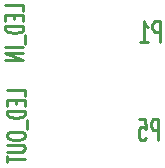
<source format=gbo>
G04 #@! TF.FileFunction,Legend,Bot*
%FSLAX46Y46*%
G04 Gerber Fmt 4.6, Leading zero omitted, Abs format (unit mm)*
G04 Created by KiCad (PCBNEW 4.0.0-rc2-stable) date 02/03/2016 18:28:07*
%MOMM*%
G01*
G04 APERTURE LIST*
%ADD10C,0.150000*%
%ADD11C,0.269240*%
%ADD12C,0.254000*%
G04 APERTURE END LIST*
D10*
D11*
X123590899Y30958921D02*
X123590899Y32749621D01*
X123180628Y32749621D01*
X123078061Y32664350D01*
X123026777Y32579079D01*
X122975493Y32408536D01*
X122975493Y32152721D01*
X123026777Y31982179D01*
X123078061Y31896907D01*
X123180628Y31811636D01*
X123590899Y31811636D01*
X121949817Y30958921D02*
X122565223Y30958921D01*
X122257520Y30958921D02*
X122257520Y32749621D01*
X122360088Y32493807D01*
X122462655Y32323264D01*
X122565223Y32237993D01*
D12*
X112182429Y26386619D02*
X112182429Y26870428D01*
X110658429Y26870428D01*
X111384143Y26047952D02*
X111384143Y25709286D01*
X112182429Y25564143D02*
X112182429Y26047952D01*
X110658429Y26047952D01*
X110658429Y25564143D01*
X112182429Y25128714D02*
X110658429Y25128714D01*
X110658429Y24886809D01*
X110731000Y24741667D01*
X110876143Y24644905D01*
X111021286Y24596524D01*
X111311571Y24548143D01*
X111529286Y24548143D01*
X111819571Y24596524D01*
X111964714Y24644905D01*
X112109857Y24741667D01*
X112182429Y24886809D01*
X112182429Y25128714D01*
X112327571Y24354619D02*
X112327571Y23580524D01*
X110658429Y23145095D02*
X110658429Y22951572D01*
X110731000Y22854810D01*
X110876143Y22758048D01*
X111166429Y22709667D01*
X111674429Y22709667D01*
X111964714Y22758048D01*
X112109857Y22854810D01*
X112182429Y22951572D01*
X112182429Y23145095D01*
X112109857Y23241857D01*
X111964714Y23338619D01*
X111674429Y23387000D01*
X111166429Y23387000D01*
X110876143Y23338619D01*
X110731000Y23241857D01*
X110658429Y23145095D01*
X110658429Y22274238D02*
X111892143Y22274238D01*
X112037286Y22225857D01*
X112109857Y22177476D01*
X112182429Y22080714D01*
X112182429Y21887191D01*
X112109857Y21790429D01*
X112037286Y21742048D01*
X111892143Y21693667D01*
X110658429Y21693667D01*
X110658429Y21355000D02*
X110658429Y20774429D01*
X112182429Y21064714D02*
X110658429Y21064714D01*
D11*
X123463899Y22703921D02*
X123463899Y24494621D01*
X123053628Y24494621D01*
X122951061Y24409350D01*
X122899777Y24324079D01*
X122848493Y24153536D01*
X122848493Y23897721D01*
X122899777Y23727179D01*
X122951061Y23641907D01*
X123053628Y23556636D01*
X123463899Y23556636D01*
X121874101Y24494621D02*
X122386939Y24494621D01*
X122438223Y23641907D01*
X122386939Y23727179D01*
X122284371Y23812450D01*
X122027952Y23812450D01*
X121925385Y23727179D01*
X121874101Y23641907D01*
X121822817Y23471364D01*
X121822817Y23045007D01*
X121874101Y22874464D01*
X121925385Y22789193D01*
X122027952Y22703921D01*
X122284371Y22703921D01*
X122386939Y22789193D01*
X122438223Y22874464D01*
D12*
X112055429Y33583286D02*
X112055429Y34067095D01*
X110531429Y34067095D01*
X111257143Y33244619D02*
X111257143Y32905953D01*
X112055429Y32760810D02*
X112055429Y33244619D01*
X110531429Y33244619D01*
X110531429Y32760810D01*
X112055429Y32325381D02*
X110531429Y32325381D01*
X110531429Y32083476D01*
X110604000Y31938334D01*
X110749143Y31841572D01*
X110894286Y31793191D01*
X111184571Y31744810D01*
X111402286Y31744810D01*
X111692571Y31793191D01*
X111837714Y31841572D01*
X111982857Y31938334D01*
X112055429Y32083476D01*
X112055429Y32325381D01*
X112200571Y31551286D02*
X112200571Y30777191D01*
X112055429Y30535286D02*
X110531429Y30535286D01*
X112055429Y30051476D02*
X110531429Y30051476D01*
X112055429Y29470905D01*
X110531429Y29470905D01*
M02*

</source>
